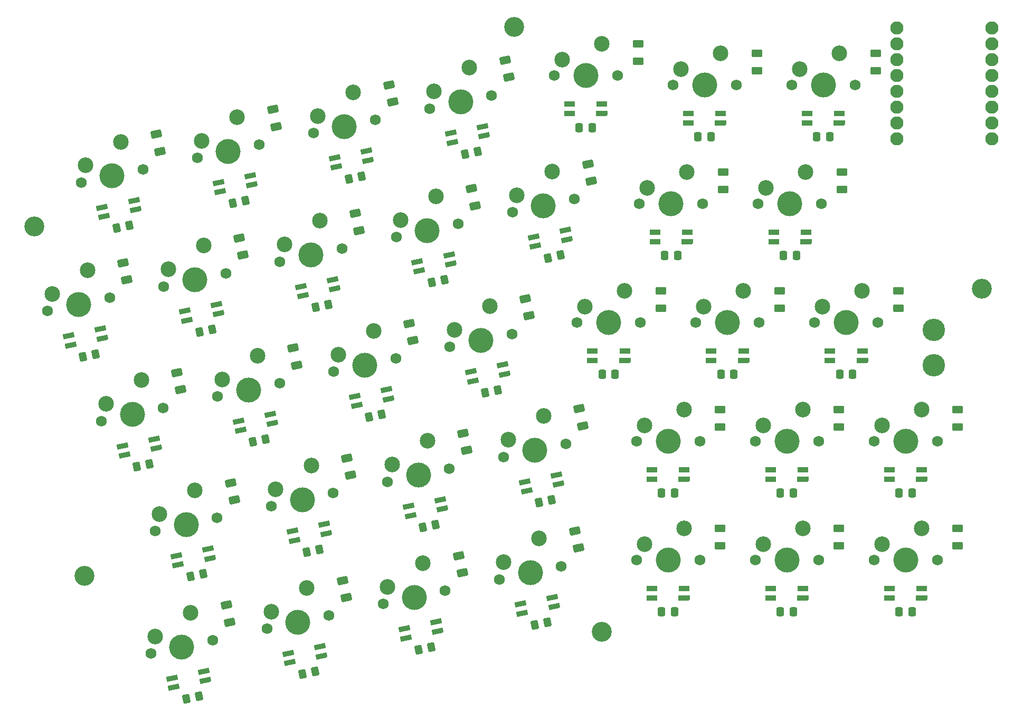
<source format=gbr>
%TF.GenerationSoftware,KiCad,Pcbnew,9.0.3*%
%TF.CreationDate,2025-11-25T10:19:29-05:00*%
%TF.ProjectId,Wren,5772656e-2e6b-4696-9361-645f70636258,rev?*%
%TF.SameCoordinates,Original*%
%TF.FileFunction,Soldermask,Bot*%
%TF.FilePolarity,Negative*%
%FSLAX46Y46*%
G04 Gerber Fmt 4.6, Leading zero omitted, Abs format (unit mm)*
G04 Created by KiCad (PCBNEW 9.0.3) date 2025-11-25 10:19:29*
%MOMM*%
%LPD*%
G01*
G04 APERTURE LIST*
G04 Aperture macros list*
%AMRoundRect*
0 Rectangle with rounded corners*
0 $1 Rounding radius*
0 $2 $3 $4 $5 $6 $7 $8 $9 X,Y pos of 4 corners*
0 Add a 4 corners polygon primitive as box body*
4,1,4,$2,$3,$4,$5,$6,$7,$8,$9,$2,$3,0*
0 Add four circle primitives for the rounded corners*
1,1,$1+$1,$2,$3*
1,1,$1+$1,$4,$5*
1,1,$1+$1,$6,$7*
1,1,$1+$1,$8,$9*
0 Add four rect primitives between the rounded corners*
20,1,$1+$1,$2,$3,$4,$5,0*
20,1,$1+$1,$4,$5,$6,$7,0*
20,1,$1+$1,$6,$7,$8,$9,0*
20,1,$1+$1,$8,$9,$2,$3,0*%
%AMRotRect*
0 Rectangle, with rotation*
0 The origin of the aperture is its center*
0 $1 length*
0 $2 width*
0 $3 Rotation angle, in degrees counterclockwise*
0 Add horizontal line*
21,1,$1,$2,0,0,$3*%
%AMOutline5P*
0 Free polygon, 5 corners , with rotation*
0 The origin of the aperture is its center*
0 number of corners: always 5*
0 $1 to $10 corner X, Y*
0 $11 Rotation angle, in degrees counterclockwise*
0 create outline with 5 corners*
4,1,5,$1,$2,$3,$4,$5,$6,$7,$8,$9,$10,$1,$2,$11*%
%AMOutline6P*
0 Free polygon, 6 corners , with rotation*
0 The origin of the aperture is its center*
0 number of corners: always 6*
0 $1 to $12 corner X, Y*
0 $13 Rotation angle, in degrees counterclockwise*
0 create outline with 6 corners*
4,1,6,$1,$2,$3,$4,$5,$6,$7,$8,$9,$10,$11,$12,$1,$2,$13*%
%AMOutline7P*
0 Free polygon, 7 corners , with rotation*
0 The origin of the aperture is its center*
0 number of corners: always 7*
0 $1 to $14 corner X, Y*
0 $15 Rotation angle, in degrees counterclockwise*
0 create outline with 7 corners*
4,1,7,$1,$2,$3,$4,$5,$6,$7,$8,$9,$10,$11,$12,$13,$14,$1,$2,$15*%
%AMOutline8P*
0 Free polygon, 8 corners , with rotation*
0 The origin of the aperture is its center*
0 number of corners: always 8*
0 $1 to $16 corner X, Y*
0 $17 Rotation angle, in degrees counterclockwise*
0 create outline with 8 corners*
4,1,8,$1,$2,$3,$4,$5,$6,$7,$8,$9,$10,$11,$12,$13,$14,$15,$16,$1,$2,$17*%
G04 Aperture macros list end*
%ADD10C,1.750000*%
%ADD11C,4.000000*%
%ADD12C,2.500000*%
%ADD13C,3.200000*%
%ADD14C,3.600000*%
%ADD15RoundRect,0.250000X0.231367X0.534790X-0.428883X0.394450X-0.231367X-0.534790X0.428883X-0.394450X0*%
%ADD16RoundRect,0.250000X0.625000X-0.375000X0.625000X0.375000X-0.625000X0.375000X-0.625000X-0.375000X0*%
%ADD17R,1.800000X0.820000*%
%ADD18Outline5P,-0.900000X0.410000X0.900000X0.410000X0.900000X-0.246000X0.736000X-0.410000X-0.900000X-0.410000X0.000000*%
%ADD19RoundRect,0.250000X0.337500X0.475000X-0.337500X0.475000X-0.337500X-0.475000X0.337500X-0.475000X0*%
%ADD20RotRect,1.800000X0.820000X12.000000*%
%ADD21Outline5P,-0.900000X0.410000X0.900000X0.410000X0.900000X-0.246000X0.736000X-0.410000X-0.900000X-0.410000X12.000000*%
%ADD22RoundRect,0.250000X0.689309X-0.236861X0.533375X0.496750X-0.689309X0.236861X-0.533375X-0.496750X0*%
%ADD23C,2.109000*%
G04 APERTURE END LIST*
D10*
%TO.C,SW54*%
X360044929Y-177384623D03*
D11*
X365124929Y-177384623D03*
D10*
X370204929Y-177384623D03*
D12*
X361314929Y-174844623D03*
X367664929Y-172304623D03*
%TD*%
D10*
%TO.C,SW55*%
X379094929Y-177384623D03*
D11*
X384174929Y-177384623D03*
D10*
X389254929Y-177384623D03*
D12*
X380364929Y-174844623D03*
X386714929Y-172304623D03*
%TD*%
D10*
%TO.C,SW50*%
X283757761Y-193200312D03*
D11*
X288726751Y-192144121D03*
D10*
X293695741Y-191087930D03*
D12*
X284471913Y-190451770D03*
X290155054Y-186647036D03*
%TD*%
D10*
%TO.C,SW67*%
X347580333Y-218585583D03*
D11*
X352549323Y-217529392D03*
D10*
X357518313Y-216473201D03*
D12*
X348294485Y-215837041D03*
X353977626Y-212032307D03*
%TD*%
D10*
%TO.C,SW58*%
X311010591Y-206883106D03*
D11*
X315979581Y-205826915D03*
D10*
X320948571Y-204770724D03*
D12*
X311724743Y-204134564D03*
X317407884Y-200329830D03*
%TD*%
D10*
%TO.C,SW51*%
X302391473Y-189239594D03*
D11*
X307360463Y-188183403D03*
D10*
X312329453Y-187127212D03*
D12*
X303105625Y-186491052D03*
X308788766Y-182686318D03*
%TD*%
D10*
%TO.C,SW37*%
X299128637Y-150981971D03*
D11*
X304097627Y-149925780D03*
D10*
X309066617Y-148869589D03*
D12*
X299842789Y-148233429D03*
X305525930Y-144428695D03*
%TD*%
D13*
%TO.C,H10*%
X425000000Y-172000000D03*
%TD*%
%TO.C,H9*%
X350000000Y-130000000D03*
%TD*%
D10*
%TO.C,SW62*%
X388619929Y-196434623D03*
D11*
X393699929Y-196434623D03*
D10*
X398779929Y-196434623D03*
D12*
X389889929Y-193894623D03*
X396239929Y-191354623D03*
%TD*%
D10*
%TO.C,SW53*%
X339658897Y-181318159D03*
D11*
X344627887Y-180261968D03*
D10*
X349596877Y-179205777D03*
D12*
X340373049Y-178569617D03*
X346056190Y-174764883D03*
%TD*%
D10*
%TO.C,SW70*%
X407669929Y-215484623D03*
D11*
X412749929Y-215484623D03*
D10*
X417829929Y-215484623D03*
D12*
X408939929Y-212944623D03*
X415289929Y-210404623D03*
%TD*%
D13*
%TO.C,H8*%
X364000000Y-227000000D03*
%TD*%
D10*
%TO.C,SW45*%
X312406067Y-167635365D03*
D11*
X317375057Y-166579174D03*
D10*
X322344047Y-165522983D03*
D12*
X313120219Y-164886823D03*
X318803360Y-161082089D03*
%TD*%
D10*
%TO.C,SW59*%
X329644303Y-202922388D03*
D11*
X334613293Y-201866197D03*
D10*
X339582283Y-200810006D03*
D12*
X330358455Y-200173846D03*
X336041596Y-196369112D03*
%TD*%
D13*
%TO.C,H6*%
X273000000Y-162000000D03*
%TD*%
D10*
%TO.C,SW64*%
X291679197Y-230467736D03*
D11*
X296648187Y-229411545D03*
D10*
X301617177Y-228355354D03*
D12*
X292393349Y-227719194D03*
X298076490Y-223914460D03*
%TD*%
D10*
%TO.C,SW36*%
X280494925Y-154942688D03*
D11*
X285463915Y-153886497D03*
D10*
X290432905Y-152830306D03*
D12*
X281209077Y-152194146D03*
X286892218Y-148389412D03*
%TD*%
D10*
%TO.C,SW63*%
X407669929Y-196434623D03*
D11*
X412749929Y-196434623D03*
D10*
X417829929Y-196434623D03*
D12*
X408939929Y-193894623D03*
X415289929Y-191354623D03*
%TD*%
D10*
%TO.C,SW41*%
X375415048Y-139284629D03*
D11*
X380495048Y-139284629D03*
D10*
X385575048Y-139284629D03*
D12*
X376685048Y-136744629D03*
X383035048Y-134204629D03*
%TD*%
D10*
%TO.C,SW43*%
X275138643Y-175556800D03*
D11*
X280107633Y-174500609D03*
D10*
X285076623Y-173444418D03*
D12*
X275852795Y-172808258D03*
X281535936Y-169003524D03*
%TD*%
D10*
%TO.C,SW40*%
X356365048Y-137784229D03*
D11*
X361445048Y-137784229D03*
D10*
X366525048Y-137784229D03*
D12*
X357635048Y-135244229D03*
X363985048Y-132704229D03*
%TD*%
D14*
%TO.C,J1*%
X417250000Y-178600000D03*
%TD*%
D10*
%TO.C,SW56*%
X398144929Y-177384623D03*
D11*
X403224929Y-177384623D03*
D10*
X408304929Y-177384623D03*
D12*
X399414929Y-174844623D03*
X405764929Y-172304623D03*
%TD*%
D10*
%TO.C,SW52*%
X321025185Y-185278876D03*
D11*
X325994175Y-184222685D03*
D10*
X330963165Y-183166494D03*
D12*
X321739337Y-182530334D03*
X327422478Y-178725600D03*
%TD*%
D10*
%TO.C,SW46*%
X331039779Y-163674647D03*
D11*
X336008769Y-162618456D03*
D10*
X340977759Y-161562265D03*
D12*
X331753931Y-160926105D03*
X337437072Y-157121371D03*
%TD*%
D10*
%TO.C,SW44*%
X293772355Y-171596082D03*
D11*
X298741345Y-170539891D03*
D10*
X303710335Y-169483700D03*
D12*
X294486507Y-168847540D03*
X300169648Y-165042806D03*
%TD*%
D13*
%TO.C,H7*%
X281000000Y-218000000D03*
%TD*%
D10*
%TO.C,SW61*%
X369569929Y-196434623D03*
D11*
X374649929Y-196434623D03*
D10*
X379729929Y-196434623D03*
D12*
X370839929Y-193894623D03*
X377189929Y-191354623D03*
%TD*%
D10*
%TO.C,SW38*%
X317762349Y-147021253D03*
D11*
X322731339Y-145965062D03*
D10*
X327700329Y-144908871D03*
D12*
X318476501Y-144272711D03*
X324159642Y-140467977D03*
%TD*%
D10*
%TO.C,SW49*%
X389104929Y-158334623D03*
D11*
X394184929Y-158334623D03*
D10*
X399264929Y-158334623D03*
D12*
X390374929Y-155794623D03*
X396724929Y-153254623D03*
%TD*%
D10*
%TO.C,SW60*%
X348278015Y-198961671D03*
D11*
X353247005Y-197905480D03*
D10*
X358215995Y-196849289D03*
D12*
X348992167Y-196213129D03*
X354675308Y-192408395D03*
%TD*%
D10*
%TO.C,SW68*%
X369569929Y-215484623D03*
D11*
X374649929Y-215484623D03*
D10*
X379729929Y-215484623D03*
D12*
X370839929Y-212944623D03*
X377189929Y-210404623D03*
%TD*%
D10*
%TO.C,SW65*%
X310312909Y-226507018D03*
D11*
X315281899Y-225450827D03*
D10*
X320250889Y-224394636D03*
D12*
X311027061Y-223758476D03*
X316710202Y-219953742D03*
%TD*%
D10*
%TO.C,SW39*%
X336396061Y-143060535D03*
D11*
X341365051Y-142004344D03*
D10*
X346334041Y-140948153D03*
D12*
X337110213Y-140311993D03*
X342793354Y-136507259D03*
%TD*%
D10*
%TO.C,SW66*%
X328946621Y-222546301D03*
D11*
X333915611Y-221490110D03*
D10*
X338884601Y-220433919D03*
D12*
X329660773Y-219797759D03*
X335343914Y-215993025D03*
%TD*%
D14*
%TO.C,J2*%
X417250000Y-184250000D03*
%TD*%
D10*
%TO.C,SW69*%
X388619929Y-215484623D03*
D11*
X393699929Y-215484623D03*
D10*
X398779929Y-215484623D03*
D12*
X389889929Y-212944623D03*
X396239929Y-210404623D03*
%TD*%
D10*
%TO.C,SW42*%
X394465048Y-139284629D03*
D11*
X399545048Y-139284629D03*
D10*
X404625048Y-139284629D03*
D12*
X395735048Y-136744629D03*
X402085048Y-134204629D03*
%TD*%
D10*
%TO.C,SW57*%
X292376879Y-210843824D03*
D11*
X297345869Y-209787633D03*
D10*
X302314859Y-208731442D03*
D12*
X293091031Y-208095282D03*
X298774172Y-204290548D03*
%TD*%
D10*
%TO.C,SW47*%
X349673442Y-159713929D03*
D11*
X354642432Y-158657738D03*
D10*
X359611422Y-157601547D03*
D12*
X350387594Y-156965387D03*
X356070735Y-153160653D03*
%TD*%
D10*
%TO.C,SW48*%
X370054929Y-158334623D03*
D11*
X375134929Y-158334623D03*
D10*
X380214929Y-158334623D03*
D12*
X371324929Y-155794623D03*
X377674929Y-153254623D03*
%TD*%
D15*
%TO.C,C60*%
X355992177Y-205830405D03*
X353962521Y-206261821D03*
%TD*%
D16*
%TO.C,D90*%
X392542929Y-175107123D03*
X392542929Y-172307123D03*
%TD*%
D17*
%TO.C,D112*%
X396945048Y-145359629D03*
D18*
X402145048Y-145359629D03*
D17*
X402145048Y-143859629D03*
X396945048Y-143859629D03*
%TD*%
D19*
%TO.C,C41*%
X381532548Y-147607129D03*
X379457548Y-147607129D03*
%TD*%
D16*
%TO.C,D97*%
X402067929Y-194157123D03*
X402067929Y-191357123D03*
%TD*%
D17*
%TO.C,D139*%
X391099929Y-221559623D03*
D18*
X396299929Y-221559623D03*
D17*
X396299929Y-220059623D03*
X391099929Y-220059623D03*
%TD*%
D16*
%TO.C,D98*%
X421117929Y-194157123D03*
X421117929Y-191357123D03*
%TD*%
D15*
%TO.C,C65*%
X318027072Y-233375753D03*
X315997416Y-233807169D03*
%TD*%
D20*
%TO.C,D127*%
X296065749Y-216270450D03*
D21*
X301152118Y-215189309D03*
D20*
X300840249Y-213722088D03*
X295753880Y-214803229D03*
%TD*%
D16*
%TO.C,D77*%
X407913048Y-137007129D03*
X407913048Y-134207129D03*
%TD*%
D15*
%TO.C,C66*%
X336660784Y-229415035D03*
X334631128Y-229846451D03*
%TD*%
D17*
%TO.C,D140*%
X410149929Y-221559623D03*
D18*
X415349929Y-221559623D03*
D17*
X415349929Y-220059623D03*
X410149929Y-220059623D03*
%TD*%
D20*
%TO.C,D109*%
X340084930Y-148487161D03*
D21*
X345171299Y-147406020D03*
D20*
X344859430Y-145938799D03*
X339773061Y-147019940D03*
%TD*%
D22*
%TO.C,D82*%
X362354052Y-154690202D03*
X361771900Y-151951388D03*
%TD*%
D19*
%TO.C,C55*%
X385212429Y-185707123D03*
X383137429Y-185707123D03*
%TD*%
%TO.C,C48*%
X376172429Y-166657123D03*
X374097429Y-166657123D03*
%TD*%
D17*
%TO.C,D124*%
X362524929Y-183459623D03*
D18*
X367724929Y-183459623D03*
D17*
X367724929Y-181959623D03*
X362524929Y-181959623D03*
%TD*%
D19*
%TO.C,C40*%
X362482548Y-146106729D03*
X360407548Y-146106729D03*
%TD*%
D15*
%TO.C,C52*%
X328739348Y-192147611D03*
X326709692Y-192579027D03*
%TD*%
%TO.C,C37*%
X306842800Y-157850705D03*
X304813144Y-158282121D03*
%TD*%
D22*
%TO.C,D87*%
X333705794Y-180255149D03*
X333123642Y-177516335D03*
%TD*%
D17*
%TO.C,D133*%
X410149929Y-202509623D03*
D18*
X415349929Y-202509623D03*
D17*
X415349929Y-201009623D03*
X410149929Y-201009623D03*
%TD*%
D15*
%TO.C,C44*%
X301486518Y-178464817D03*
X299456862Y-178896233D03*
%TD*%
D22*
%TO.C,D95*%
X360958624Y-193937944D03*
X360376472Y-191199130D03*
%TD*%
%TO.C,D101*%
X341627231Y-217522574D03*
X341045079Y-214783760D03*
%TD*%
D19*
%TO.C,C61*%
X375687429Y-204757123D03*
X373612429Y-204757123D03*
%TD*%
%TO.C,C68*%
X375687429Y-223807123D03*
X373612429Y-223807123D03*
%TD*%
D20*
%TO.C,D116*%
X334728648Y-169101273D03*
D21*
X339815017Y-168020132D03*
D20*
X339503148Y-166552911D03*
X334416779Y-167634052D03*
%TD*%
D22*
%TO.C,D93*%
X323691201Y-201859379D03*
X323109049Y-199120565D03*
%TD*%
D19*
%TO.C,C49*%
X395222429Y-166657123D03*
X393147429Y-166657123D03*
%TD*%
D17*
%TO.C,D131*%
X372049929Y-202509623D03*
D18*
X377249929Y-202509623D03*
D17*
X377249929Y-201009623D03*
X372049929Y-201009623D03*
%TD*%
D15*
%TO.C,C50*%
X291471924Y-200069046D03*
X289442268Y-200500462D03*
%TD*%
D19*
%TO.C,C62*%
X394737429Y-204757123D03*
X392662429Y-204757123D03*
%TD*%
D22*
%TO.C,D71*%
X293175535Y-149918962D03*
X292593383Y-147180148D03*
%TD*%
%TO.C,D81*%
X343720388Y-158650920D03*
X343138236Y-155912106D03*
%TD*%
D17*
%TO.C,D138*%
X372049929Y-221559623D03*
D18*
X377249929Y-221559623D03*
D17*
X377249929Y-220059623D03*
X372049929Y-220059623D03*
%TD*%
D22*
%TO.C,D80*%
X325086676Y-162611638D03*
X324504524Y-159872824D03*
%TD*%
%TO.C,D72*%
X311809247Y-145958244D03*
X311227095Y-143219430D03*
%TD*%
D17*
%TO.C,D118*%
X372534929Y-164409623D03*
D18*
X377734929Y-164409623D03*
D17*
X377734929Y-162909623D03*
X372534929Y-162909623D03*
%TD*%
D15*
%TO.C,C58*%
X318724754Y-213751840D03*
X316695098Y-214183256D03*
%TD*%
D22*
%TO.C,D94*%
X342324912Y-197898662D03*
X341742760Y-195159848D03*
%TD*%
D16*
%TO.C,D76*%
X388863048Y-137007129D03*
X388863048Y-134207129D03*
%TD*%
D22*
%TO.C,D92*%
X305057489Y-205820097D03*
X304475337Y-203081283D03*
%TD*%
D20*
%TO.C,D114*%
X297461224Y-177022708D03*
D21*
X302547593Y-175941567D03*
D20*
X302235724Y-174474346D03*
X297149355Y-175555487D03*
%TD*%
D16*
%TO.C,D89*%
X373492929Y-175107123D03*
X373492929Y-172307123D03*
%TD*%
D20*
%TO.C,D137*%
X351269202Y-224012209D03*
D21*
X356355571Y-222931068D03*
D20*
X356043702Y-221463847D03*
X350957333Y-222544988D03*
%TD*%
%TO.C,D120*%
X287446631Y-198626938D03*
D21*
X292533000Y-197545797D03*
D20*
X292221131Y-196078576D03*
X287134762Y-197159717D03*
%TD*%
D15*
%TO.C,C67*%
X355294495Y-225454317D03*
X353264839Y-225885733D03*
%TD*%
D19*
%TO.C,C63*%
X413787429Y-204757123D03*
X411712429Y-204757123D03*
%TD*%
D16*
%TO.C,D105*%
X421117929Y-213207123D03*
X421117929Y-210407123D03*
%TD*%
D20*
%TO.C,D130*%
X351966884Y-204388297D03*
D21*
X357053253Y-203307156D03*
D20*
X356741384Y-201839935D03*
X351655015Y-202921076D03*
%TD*%
%TO.C,D107*%
X302817507Y-156408597D03*
D21*
X307903876Y-155327456D03*
D20*
X307592007Y-153860235D03*
X302505638Y-154941376D03*
%TD*%
%TO.C,D123*%
X343347766Y-186744785D03*
D21*
X348434135Y-185663644D03*
D20*
X348122266Y-184196423D03*
X343035897Y-185277564D03*
%TD*%
%TO.C,D128*%
X314699460Y-212309732D03*
D21*
X319785829Y-211228591D03*
D20*
X319473960Y-209761370D03*
X314387591Y-210842511D03*
%TD*%
D16*
%TO.C,D75*%
X369813048Y-135506729D03*
X369813048Y-132706729D03*
%TD*%
D20*
%TO.C,D113*%
X278827513Y-180983426D03*
D21*
X283913882Y-179902285D03*
D20*
X283602013Y-178435064D03*
X278515644Y-179516205D03*
%TD*%
%TO.C,D108*%
X321451218Y-152447879D03*
D21*
X326537587Y-151366738D03*
D20*
X326225718Y-149899517D03*
X321139349Y-150980658D03*
%TD*%
D16*
%TO.C,D103*%
X383017929Y-213207123D03*
X383017929Y-210407123D03*
%TD*%
%TO.C,D91*%
X411592929Y-175107123D03*
X411592929Y-172307123D03*
%TD*%
D15*
%TO.C,C46*%
X338753941Y-170543381D03*
X336724285Y-170974797D03*
%TD*%
D20*
%TO.C,D117*%
X353362312Y-165140555D03*
D21*
X358448681Y-164059414D03*
D20*
X358136812Y-162592193D03*
X353050443Y-163673334D03*
%TD*%
D17*
%TO.C,D132*%
X391099929Y-202509623D03*
D18*
X396299929Y-202509623D03*
D17*
X396299929Y-201009623D03*
X391099929Y-201009623D03*
%TD*%
D22*
%TO.C,D102*%
X360260942Y-213561856D03*
X359678790Y-210823042D03*
%TD*%
D19*
%TO.C,C69*%
X394737429Y-223807123D03*
X392662429Y-223807123D03*
%TD*%
D20*
%TO.C,D122*%
X324714054Y-190705502D03*
D21*
X329800423Y-189624361D03*
D20*
X329488554Y-188157140D03*
X324402185Y-189238281D03*
%TD*%
D22*
%TO.C,D99*%
X304359807Y-225444009D03*
X303777655Y-222705195D03*
%TD*%
D20*
%TO.C,D136*%
X332635490Y-227972927D03*
D21*
X337721859Y-226891786D03*
D20*
X337409990Y-225424565D03*
X332323621Y-226505706D03*
%TD*%
D19*
%TO.C,C56*%
X404262429Y-185707123D03*
X402187429Y-185707123D03*
%TD*%
D15*
%TO.C,C39*%
X344110223Y-149929270D03*
X342080567Y-150360686D03*
%TD*%
D20*
%TO.C,D129*%
X333333172Y-208349014D03*
D21*
X338419541Y-207267873D03*
D20*
X338107672Y-205800652D03*
X333021303Y-206881793D03*
%TD*%
D19*
%TO.C,C54*%
X366162429Y-185707123D03*
X364087429Y-185707123D03*
%TD*%
D22*
%TO.C,D88*%
X352339506Y-176294432D03*
X351757354Y-173555618D03*
%TD*%
D15*
%TO.C,C64*%
X299393360Y-237336470D03*
X297363704Y-237767886D03*
%TD*%
%TO.C,C43*%
X282852806Y-182425535D03*
X280823150Y-182856951D03*
%TD*%
%TO.C,C47*%
X357387605Y-166582663D03*
X355357949Y-167014079D03*
%TD*%
D20*
%TO.C,D121*%
X306080342Y-194666220D03*
D21*
X311166711Y-193585079D03*
D20*
X310854842Y-192117858D03*
X305768473Y-193198999D03*
%TD*%
D15*
%TO.C,C38*%
X325476512Y-153889987D03*
X323446856Y-154321403D03*
%TD*%
D20*
%TO.C,D135*%
X314001779Y-231933644D03*
D21*
X319088148Y-230852503D03*
D20*
X318776279Y-229385282D03*
X313689910Y-230466423D03*
%TD*%
D15*
%TO.C,C51*%
X310105636Y-196108328D03*
X308075980Y-196539744D03*
%TD*%
D16*
%TO.C,D104*%
X402067929Y-213207123D03*
X402067929Y-210407123D03*
%TD*%
D20*
%TO.C,D106*%
X284183795Y-160369314D03*
D21*
X289270164Y-159288173D03*
D20*
X288958295Y-157820952D03*
X283871926Y-158902093D03*
%TD*%
D22*
%TO.C,D74*%
X349076670Y-138036809D03*
X348494518Y-135297995D03*
%TD*%
D20*
%TO.C,D115*%
X316094936Y-173061991D03*
D21*
X321181305Y-171980850D03*
D20*
X320869436Y-170513629D03*
X315783067Y-171594770D03*
%TD*%
D22*
%TO.C,D85*%
X296438371Y-188176585D03*
X295856219Y-185437771D03*
%TD*%
D17*
%TO.C,D125*%
X381574929Y-183459623D03*
D18*
X386774929Y-183459623D03*
D17*
X386774929Y-181959623D03*
X381574929Y-181959623D03*
%TD*%
D22*
%TO.C,D86*%
X315072083Y-184215867D03*
X314489931Y-181477053D03*
%TD*%
%TO.C,D78*%
X287819253Y-170533073D03*
X287237101Y-167794259D03*
%TD*%
D16*
%TO.C,D83*%
X383502929Y-156057123D03*
X383502929Y-153257123D03*
%TD*%
D20*
%TO.C,D134*%
X295368067Y-235894362D03*
D21*
X300454436Y-234813221D03*
D20*
X300142567Y-233346000D03*
X295056198Y-234427141D03*
%TD*%
D17*
%TO.C,D119*%
X391584929Y-164409623D03*
D18*
X396784929Y-164409623D03*
D17*
X396784929Y-162909623D03*
X391584929Y-162909623D03*
%TD*%
D19*
%TO.C,C70*%
X413787429Y-223807123D03*
X411712429Y-223807123D03*
%TD*%
D15*
%TO.C,C45*%
X320120230Y-174504099D03*
X318090574Y-174935515D03*
%TD*%
D17*
%TO.C,D126*%
X400624929Y-183459623D03*
D18*
X405824929Y-183459623D03*
D17*
X405824929Y-181959623D03*
X400624929Y-181959623D03*
%TD*%
D16*
%TO.C,D84*%
X402552929Y-156057123D03*
X402552929Y-153257123D03*
%TD*%
D15*
%TO.C,C36*%
X288209088Y-161811423D03*
X286179432Y-162242839D03*
%TD*%
D19*
%TO.C,C42*%
X400582548Y-147607129D03*
X398507548Y-147607129D03*
%TD*%
D22*
%TO.C,D100*%
X322993519Y-221483292D03*
X322411367Y-218744478D03*
%TD*%
D23*
%TO.C,U2*%
X411380000Y-147880000D03*
X411380000Y-145340000D03*
X411380000Y-142800000D03*
X411380000Y-140260000D03*
X411380000Y-135180000D03*
X411380000Y-137720000D03*
X426620000Y-130100000D03*
X411380000Y-130100000D03*
X426620000Y-132640000D03*
X426620000Y-135180000D03*
X426620000Y-137720000D03*
X426620000Y-140260000D03*
X426620000Y-142800000D03*
X426620000Y-145340000D03*
X426620000Y-147880000D03*
X411380000Y-132640000D03*
%TD*%
D17*
%TO.C,D111*%
X377895048Y-145359629D03*
D18*
X383095048Y-145359629D03*
D17*
X383095048Y-143859629D03*
X377895048Y-143859629D03*
%TD*%
D22*
%TO.C,D79*%
X306452965Y-166572356D03*
X305870813Y-163833542D03*
%TD*%
D15*
%TO.C,C53*%
X347373059Y-188186893D03*
X345343403Y-188618309D03*
%TD*%
D16*
%TO.C,D96*%
X383017929Y-194157123D03*
X383017929Y-191357123D03*
%TD*%
D17*
%TO.C,D110*%
X358845048Y-143859229D03*
D18*
X364045048Y-143859229D03*
D17*
X364045048Y-142359229D03*
X358845048Y-142359229D03*
%TD*%
D15*
%TO.C,C59*%
X337358466Y-209791123D03*
X335328810Y-210222539D03*
%TD*%
%TO.C,C57*%
X300091042Y-217712558D03*
X298061386Y-218143974D03*
%TD*%
D22*
%TO.C,D73*%
X330442959Y-141997526D03*
X329860807Y-139258712D03*
%TD*%
M02*

</source>
